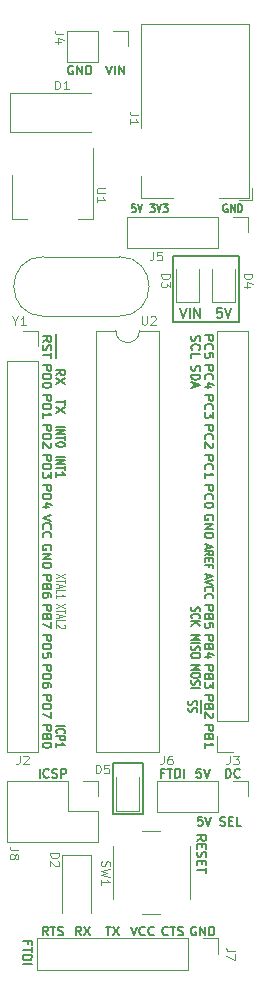
<source format=gbr>
G04 #@! TF.GenerationSoftware,KiCad,Pcbnew,(5.0.0)*
G04 #@! TF.CreationDate,2018-09-25T17:42:14-07:00*
G04 #@! TF.ProjectId,firefly,66697265666C792E6B696361645F7063,A*
G04 #@! TF.SameCoordinates,Original*
G04 #@! TF.FileFunction,Legend,Top*
G04 #@! TF.FilePolarity,Positive*
%FSLAX46Y46*%
G04 Gerber Fmt 4.6, Leading zero omitted, Abs format (unit mm)*
G04 Created by KiCad (PCBNEW (5.0.0)) date 09/25/18 17:42:14*
%MOMM*%
%LPD*%
G01*
G04 APERTURE LIST*
%ADD10C,0.187500*%
%ADD11C,0.150000*%
%ADD12C,0.180000*%
%ADD13C,0.125000*%
%ADD14C,0.120000*%
%ADD15C,0.100000*%
G04 APERTURE END LIST*
D10*
X157194428Y-131288285D02*
X156837285Y-131288285D01*
X156801571Y-131645428D01*
X156837285Y-131609714D01*
X156908714Y-131574000D01*
X157087285Y-131574000D01*
X157158714Y-131609714D01*
X157194428Y-131645428D01*
X157230142Y-131716857D01*
X157230142Y-131895428D01*
X157194428Y-131966857D01*
X157158714Y-132002571D01*
X157087285Y-132038285D01*
X156908714Y-132038285D01*
X156837285Y-132002571D01*
X156801571Y-131966857D01*
X157444428Y-131288285D02*
X157694428Y-132038285D01*
X157944428Y-131288285D01*
X158730142Y-132002571D02*
X158837285Y-132038285D01*
X159015857Y-132038285D01*
X159087285Y-132002571D01*
X159123000Y-131966857D01*
X159158714Y-131895428D01*
X159158714Y-131824000D01*
X159123000Y-131752571D01*
X159087285Y-131716857D01*
X159015857Y-131681142D01*
X158873000Y-131645428D01*
X158801571Y-131609714D01*
X158765857Y-131574000D01*
X158730142Y-131502571D01*
X158730142Y-131431142D01*
X158765857Y-131359714D01*
X158801571Y-131324000D01*
X158873000Y-131288285D01*
X159051571Y-131288285D01*
X159158714Y-131324000D01*
X159480142Y-131645428D02*
X159730142Y-131645428D01*
X159837285Y-132038285D02*
X159480142Y-132038285D01*
X159480142Y-131288285D01*
X159837285Y-131288285D01*
X160515857Y-132038285D02*
X160158714Y-132038285D01*
X160158714Y-131288285D01*
X142411571Y-142033857D02*
X142411571Y-141783857D01*
X142018714Y-141783857D02*
X142768714Y-141783857D01*
X142768714Y-142141000D01*
X142768714Y-142319571D02*
X142768714Y-142748142D01*
X142018714Y-142533857D02*
X142768714Y-142533857D01*
X142018714Y-142998142D02*
X142768714Y-142998142D01*
X142768714Y-143176714D01*
X142733000Y-143283857D01*
X142661571Y-143355285D01*
X142590142Y-143391000D01*
X142447285Y-143426714D01*
X142340142Y-143426714D01*
X142197285Y-143391000D01*
X142125857Y-143355285D01*
X142054428Y-143283857D01*
X142018714Y-143176714D01*
X142018714Y-142998142D01*
X142018714Y-143748142D02*
X142768714Y-143748142D01*
D11*
X152800142Y-79345285D02*
X153171571Y-79345285D01*
X152971571Y-79631000D01*
X153057285Y-79631000D01*
X153114428Y-79666714D01*
X153143000Y-79702428D01*
X153171571Y-79773857D01*
X153171571Y-79952428D01*
X153143000Y-80023857D01*
X153114428Y-80059571D01*
X153057285Y-80095285D01*
X152885857Y-80095285D01*
X152828714Y-80059571D01*
X152800142Y-80023857D01*
X153343000Y-79345285D02*
X153543000Y-80095285D01*
X153743000Y-79345285D01*
X153885857Y-79345285D02*
X154257285Y-79345285D01*
X154057285Y-79631000D01*
X154143000Y-79631000D01*
X154200142Y-79666714D01*
X154228714Y-79702428D01*
X154257285Y-79773857D01*
X154257285Y-79952428D01*
X154228714Y-80023857D01*
X154200142Y-80059571D01*
X154143000Y-80095285D01*
X153971571Y-80095285D01*
X153914428Y-80059571D01*
X153885857Y-80023857D01*
X151523714Y-79345285D02*
X151238000Y-79345285D01*
X151209428Y-79702428D01*
X151238000Y-79666714D01*
X151295142Y-79631000D01*
X151438000Y-79631000D01*
X151495142Y-79666714D01*
X151523714Y-79702428D01*
X151552285Y-79773857D01*
X151552285Y-79952428D01*
X151523714Y-80023857D01*
X151495142Y-80059571D01*
X151438000Y-80095285D01*
X151295142Y-80095285D01*
X151238000Y-80059571D01*
X151209428Y-80023857D01*
X151723714Y-79345285D02*
X151923714Y-80095285D01*
X152123714Y-79345285D01*
X159308857Y-79381000D02*
X159251714Y-79345285D01*
X159166000Y-79345285D01*
X159080285Y-79381000D01*
X159023142Y-79452428D01*
X158994571Y-79523857D01*
X158966000Y-79666714D01*
X158966000Y-79773857D01*
X158994571Y-79916714D01*
X159023142Y-79988142D01*
X159080285Y-80059571D01*
X159166000Y-80095285D01*
X159223142Y-80095285D01*
X159308857Y-80059571D01*
X159337428Y-80023857D01*
X159337428Y-79773857D01*
X159223142Y-79773857D01*
X159594571Y-80095285D02*
X159594571Y-79345285D01*
X159937428Y-80095285D01*
X159937428Y-79345285D01*
X160223142Y-80095285D02*
X160223142Y-79345285D01*
X160366000Y-79345285D01*
X160451714Y-79381000D01*
X160508857Y-79452428D01*
X160537428Y-79523857D01*
X160566000Y-79666714D01*
X160566000Y-79773857D01*
X160537428Y-79916714D01*
X160508857Y-79988142D01*
X160451714Y-80059571D01*
X160366000Y-80095285D01*
X160223142Y-80095285D01*
D10*
X149038571Y-67661285D02*
X149288571Y-68411285D01*
X149538571Y-67661285D01*
X149788571Y-68411285D02*
X149788571Y-67661285D01*
X150145714Y-68411285D02*
X150145714Y-67661285D01*
X150574285Y-68411285D01*
X150574285Y-67661285D01*
X146240571Y-67697000D02*
X146169142Y-67661285D01*
X146062000Y-67661285D01*
X145954857Y-67697000D01*
X145883428Y-67768428D01*
X145847714Y-67839857D01*
X145812000Y-67982714D01*
X145812000Y-68089857D01*
X145847714Y-68232714D01*
X145883428Y-68304142D01*
X145954857Y-68375571D01*
X146062000Y-68411285D01*
X146133428Y-68411285D01*
X146240571Y-68375571D01*
X146276285Y-68339857D01*
X146276285Y-68089857D01*
X146133428Y-68089857D01*
X146597714Y-68411285D02*
X146597714Y-67661285D01*
X147026285Y-68411285D01*
X147026285Y-67661285D01*
X147383428Y-68411285D02*
X147383428Y-67661285D01*
X147562000Y-67661285D01*
X147669142Y-67697000D01*
X147740571Y-67768428D01*
X147776285Y-67839857D01*
X147812000Y-67982714D01*
X147812000Y-68089857D01*
X147776285Y-68232714D01*
X147740571Y-68304142D01*
X147669142Y-68375571D01*
X147562000Y-68411285D01*
X147383428Y-68411285D01*
D12*
X156287428Y-93069285D02*
X156251714Y-93176428D01*
X156251714Y-93355000D01*
X156287428Y-93426428D01*
X156323142Y-93462142D01*
X156394571Y-93497857D01*
X156466000Y-93497857D01*
X156537428Y-93462142D01*
X156573142Y-93426428D01*
X156608857Y-93355000D01*
X156644571Y-93212142D01*
X156680285Y-93140714D01*
X156716000Y-93105000D01*
X156787428Y-93069285D01*
X156858857Y-93069285D01*
X156930285Y-93105000D01*
X156966000Y-93140714D01*
X157001714Y-93212142D01*
X157001714Y-93390714D01*
X156966000Y-93497857D01*
X156251714Y-93819285D02*
X157001714Y-93819285D01*
X157001714Y-93997857D01*
X156966000Y-94105000D01*
X156894571Y-94176428D01*
X156823142Y-94212142D01*
X156680285Y-94247857D01*
X156573142Y-94247857D01*
X156430285Y-94212142D01*
X156358857Y-94176428D01*
X156287428Y-94105000D01*
X156251714Y-93997857D01*
X156251714Y-93819285D01*
X156466000Y-94533571D02*
X156466000Y-94890714D01*
X156251714Y-94462142D02*
X157001714Y-94712142D01*
X156251714Y-94962142D01*
X156287428Y-90547142D02*
X156251714Y-90654285D01*
X156251714Y-90832857D01*
X156287428Y-90904285D01*
X156323142Y-90940000D01*
X156394571Y-90975714D01*
X156466000Y-90975714D01*
X156537428Y-90940000D01*
X156573142Y-90904285D01*
X156608857Y-90832857D01*
X156644571Y-90690000D01*
X156680285Y-90618571D01*
X156716000Y-90582857D01*
X156787428Y-90547142D01*
X156858857Y-90547142D01*
X156930285Y-90582857D01*
X156966000Y-90618571D01*
X157001714Y-90690000D01*
X157001714Y-90868571D01*
X156966000Y-90975714D01*
X156323142Y-91725714D02*
X156287428Y-91690000D01*
X156251714Y-91582857D01*
X156251714Y-91511428D01*
X156287428Y-91404285D01*
X156358857Y-91332857D01*
X156430285Y-91297142D01*
X156573142Y-91261428D01*
X156680285Y-91261428D01*
X156823142Y-91297142D01*
X156894571Y-91332857D01*
X156966000Y-91404285D01*
X157001714Y-91511428D01*
X157001714Y-91582857D01*
X156966000Y-91690000D01*
X156930285Y-91725714D01*
X156251714Y-92404285D02*
X156251714Y-92047142D01*
X157001714Y-92047142D01*
X157394714Y-90511428D02*
X158144714Y-90511428D01*
X158144714Y-90797142D01*
X158109000Y-90868571D01*
X158073285Y-90904285D01*
X158001857Y-90940000D01*
X157894714Y-90940000D01*
X157823285Y-90904285D01*
X157787571Y-90868571D01*
X157751857Y-90797142D01*
X157751857Y-90511428D01*
X157466142Y-91690000D02*
X157430428Y-91654285D01*
X157394714Y-91547142D01*
X157394714Y-91475714D01*
X157430428Y-91368571D01*
X157501857Y-91297142D01*
X157573285Y-91261428D01*
X157716142Y-91225714D01*
X157823285Y-91225714D01*
X157966142Y-91261428D01*
X158037571Y-91297142D01*
X158109000Y-91368571D01*
X158144714Y-91475714D01*
X158144714Y-91547142D01*
X158109000Y-91654285D01*
X158073285Y-91690000D01*
X158144714Y-92368571D02*
X158144714Y-92011428D01*
X157787571Y-91975714D01*
X157823285Y-92011428D01*
X157859000Y-92082857D01*
X157859000Y-92261428D01*
X157823285Y-92332857D01*
X157787571Y-92368571D01*
X157716142Y-92404285D01*
X157537571Y-92404285D01*
X157466142Y-92368571D01*
X157430428Y-92332857D01*
X157394714Y-92261428D01*
X157394714Y-92082857D01*
X157430428Y-92011428D01*
X157466142Y-91975714D01*
X157394714Y-93051428D02*
X158144714Y-93051428D01*
X158144714Y-93337142D01*
X158109000Y-93408571D01*
X158073285Y-93444285D01*
X158001857Y-93480000D01*
X157894714Y-93480000D01*
X157823285Y-93444285D01*
X157787571Y-93408571D01*
X157751857Y-93337142D01*
X157751857Y-93051428D01*
X157466142Y-94230000D02*
X157430428Y-94194285D01*
X157394714Y-94087142D01*
X157394714Y-94015714D01*
X157430428Y-93908571D01*
X157501857Y-93837142D01*
X157573285Y-93801428D01*
X157716142Y-93765714D01*
X157823285Y-93765714D01*
X157966142Y-93801428D01*
X158037571Y-93837142D01*
X158109000Y-93908571D01*
X158144714Y-94015714D01*
X158144714Y-94087142D01*
X158109000Y-94194285D01*
X158073285Y-94230000D01*
X157894714Y-94872857D02*
X157394714Y-94872857D01*
X158180428Y-94694285D02*
X157644714Y-94515714D01*
X157644714Y-94980000D01*
X157394714Y-95591428D02*
X158144714Y-95591428D01*
X158144714Y-95877142D01*
X158109000Y-95948571D01*
X158073285Y-95984285D01*
X158001857Y-96020000D01*
X157894714Y-96020000D01*
X157823285Y-95984285D01*
X157787571Y-95948571D01*
X157751857Y-95877142D01*
X157751857Y-95591428D01*
X157466142Y-96770000D02*
X157430428Y-96734285D01*
X157394714Y-96627142D01*
X157394714Y-96555714D01*
X157430428Y-96448571D01*
X157501857Y-96377142D01*
X157573285Y-96341428D01*
X157716142Y-96305714D01*
X157823285Y-96305714D01*
X157966142Y-96341428D01*
X158037571Y-96377142D01*
X158109000Y-96448571D01*
X158144714Y-96555714D01*
X158144714Y-96627142D01*
X158109000Y-96734285D01*
X158073285Y-96770000D01*
X158144714Y-97020000D02*
X158144714Y-97484285D01*
X157859000Y-97234285D01*
X157859000Y-97341428D01*
X157823285Y-97412857D01*
X157787571Y-97448571D01*
X157716142Y-97484285D01*
X157537571Y-97484285D01*
X157466142Y-97448571D01*
X157430428Y-97412857D01*
X157394714Y-97341428D01*
X157394714Y-97127142D01*
X157430428Y-97055714D01*
X157466142Y-97020000D01*
X157394714Y-98131428D02*
X158144714Y-98131428D01*
X158144714Y-98417142D01*
X158109000Y-98488571D01*
X158073285Y-98524285D01*
X158001857Y-98560000D01*
X157894714Y-98560000D01*
X157823285Y-98524285D01*
X157787571Y-98488571D01*
X157751857Y-98417142D01*
X157751857Y-98131428D01*
X157466142Y-99310000D02*
X157430428Y-99274285D01*
X157394714Y-99167142D01*
X157394714Y-99095714D01*
X157430428Y-98988571D01*
X157501857Y-98917142D01*
X157573285Y-98881428D01*
X157716142Y-98845714D01*
X157823285Y-98845714D01*
X157966142Y-98881428D01*
X158037571Y-98917142D01*
X158109000Y-98988571D01*
X158144714Y-99095714D01*
X158144714Y-99167142D01*
X158109000Y-99274285D01*
X158073285Y-99310000D01*
X158073285Y-99595714D02*
X158109000Y-99631428D01*
X158144714Y-99702857D01*
X158144714Y-99881428D01*
X158109000Y-99952857D01*
X158073285Y-99988571D01*
X158001857Y-100024285D01*
X157930428Y-100024285D01*
X157823285Y-99988571D01*
X157394714Y-99560000D01*
X157394714Y-100024285D01*
X157394714Y-100671428D02*
X158144714Y-100671428D01*
X158144714Y-100957142D01*
X158109000Y-101028571D01*
X158073285Y-101064285D01*
X158001857Y-101100000D01*
X157894714Y-101100000D01*
X157823285Y-101064285D01*
X157787571Y-101028571D01*
X157751857Y-100957142D01*
X157751857Y-100671428D01*
X157466142Y-101850000D02*
X157430428Y-101814285D01*
X157394714Y-101707142D01*
X157394714Y-101635714D01*
X157430428Y-101528571D01*
X157501857Y-101457142D01*
X157573285Y-101421428D01*
X157716142Y-101385714D01*
X157823285Y-101385714D01*
X157966142Y-101421428D01*
X158037571Y-101457142D01*
X158109000Y-101528571D01*
X158144714Y-101635714D01*
X158144714Y-101707142D01*
X158109000Y-101814285D01*
X158073285Y-101850000D01*
X157394714Y-102564285D02*
X157394714Y-102135714D01*
X157394714Y-102350000D02*
X158144714Y-102350000D01*
X158037571Y-102278571D01*
X157966142Y-102207142D01*
X157930428Y-102135714D01*
X157394714Y-103211428D02*
X158144714Y-103211428D01*
X158144714Y-103497142D01*
X158109000Y-103568571D01*
X158073285Y-103604285D01*
X158001857Y-103640000D01*
X157894714Y-103640000D01*
X157823285Y-103604285D01*
X157787571Y-103568571D01*
X157751857Y-103497142D01*
X157751857Y-103211428D01*
X157466142Y-104390000D02*
X157430428Y-104354285D01*
X157394714Y-104247142D01*
X157394714Y-104175714D01*
X157430428Y-104068571D01*
X157501857Y-103997142D01*
X157573285Y-103961428D01*
X157716142Y-103925714D01*
X157823285Y-103925714D01*
X157966142Y-103961428D01*
X158037571Y-103997142D01*
X158109000Y-104068571D01*
X158144714Y-104175714D01*
X158144714Y-104247142D01*
X158109000Y-104354285D01*
X158073285Y-104390000D01*
X158144714Y-104854285D02*
X158144714Y-104925714D01*
X158109000Y-104997142D01*
X158073285Y-105032857D01*
X158001857Y-105068571D01*
X157859000Y-105104285D01*
X157680428Y-105104285D01*
X157537571Y-105068571D01*
X157466142Y-105032857D01*
X157430428Y-104997142D01*
X157394714Y-104925714D01*
X157394714Y-104854285D01*
X157430428Y-104782857D01*
X157466142Y-104747142D01*
X157537571Y-104711428D01*
X157680428Y-104675714D01*
X157859000Y-104675714D01*
X158001857Y-104711428D01*
X158073285Y-104747142D01*
X158109000Y-104782857D01*
X158144714Y-104854285D01*
D11*
X144821714Y-123574285D02*
X145571714Y-123574285D01*
X144893142Y-124202857D02*
X144857428Y-124174285D01*
X144821714Y-124088571D01*
X144821714Y-124031428D01*
X144857428Y-123945714D01*
X144928857Y-123888571D01*
X145000285Y-123860000D01*
X145143142Y-123831428D01*
X145250285Y-123831428D01*
X145393142Y-123860000D01*
X145464571Y-123888571D01*
X145536000Y-123945714D01*
X145571714Y-124031428D01*
X145571714Y-124088571D01*
X145536000Y-124174285D01*
X145500285Y-124202857D01*
X144821714Y-124460000D02*
X145571714Y-124460000D01*
X145571714Y-124688571D01*
X145536000Y-124745714D01*
X145500285Y-124774285D01*
X145428857Y-124802857D01*
X145321714Y-124802857D01*
X145250285Y-124774285D01*
X145214571Y-124745714D01*
X145178857Y-124688571D01*
X145178857Y-124460000D01*
X144821714Y-125374285D02*
X144821714Y-125031428D01*
X144821714Y-125202857D02*
X145571714Y-125202857D01*
X145464571Y-125145714D01*
X145393142Y-125088571D01*
X145357428Y-125031428D01*
X144821714Y-100771428D02*
X145571714Y-100771428D01*
X144821714Y-101057142D02*
X145571714Y-101057142D01*
X144821714Y-101400000D01*
X145571714Y-101400000D01*
X145571714Y-101600000D02*
X145571714Y-101942857D01*
X144821714Y-101771428D02*
X145571714Y-101771428D01*
X144821714Y-102457142D02*
X144821714Y-102114285D01*
X144821714Y-102285714D02*
X145571714Y-102285714D01*
X145464571Y-102228571D01*
X145393142Y-102171428D01*
X145357428Y-102114285D01*
X144821714Y-98231428D02*
X145571714Y-98231428D01*
X144821714Y-98517142D02*
X145571714Y-98517142D01*
X144821714Y-98860000D01*
X145571714Y-98860000D01*
X145571714Y-99060000D02*
X145571714Y-99402857D01*
X144821714Y-99231428D02*
X145571714Y-99231428D01*
X145571714Y-99717142D02*
X145571714Y-99774285D01*
X145536000Y-99831428D01*
X145500285Y-99860000D01*
X145428857Y-99888571D01*
X145286000Y-99917142D01*
X145107428Y-99917142D01*
X144964571Y-99888571D01*
X144893142Y-99860000D01*
X144857428Y-99831428D01*
X144821714Y-99774285D01*
X144821714Y-99717142D01*
X144857428Y-99660000D01*
X144893142Y-99631428D01*
X144964571Y-99602857D01*
X145107428Y-99574285D01*
X145286000Y-99574285D01*
X145428857Y-99602857D01*
X145500285Y-99631428D01*
X145536000Y-99660000D01*
X145571714Y-99717142D01*
D12*
X158109000Y-106108571D02*
X158144714Y-106037142D01*
X158144714Y-105930000D01*
X158109000Y-105822857D01*
X158037571Y-105751428D01*
X157966142Y-105715714D01*
X157823285Y-105680000D01*
X157716142Y-105680000D01*
X157573285Y-105715714D01*
X157501857Y-105751428D01*
X157430428Y-105822857D01*
X157394714Y-105930000D01*
X157394714Y-106001428D01*
X157430428Y-106108571D01*
X157466142Y-106144285D01*
X157716142Y-106144285D01*
X157716142Y-106001428D01*
X157394714Y-106465714D02*
X158144714Y-106465714D01*
X157394714Y-106894285D01*
X158144714Y-106894285D01*
X157394714Y-107251428D02*
X158144714Y-107251428D01*
X158144714Y-107430000D01*
X158109000Y-107537142D01*
X158037571Y-107608571D01*
X157966142Y-107644285D01*
X157823285Y-107680000D01*
X157716142Y-107680000D01*
X157573285Y-107644285D01*
X157501857Y-107608571D01*
X157430428Y-107537142D01*
X157394714Y-107430000D01*
X157394714Y-107251428D01*
D11*
X157072000Y-121348571D02*
X157072000Y-121920000D01*
X156033428Y-121462857D02*
X155997714Y-121548571D01*
X155997714Y-121691428D01*
X156033428Y-121748571D01*
X156069142Y-121777142D01*
X156140571Y-121805714D01*
X156212000Y-121805714D01*
X156283428Y-121777142D01*
X156319142Y-121748571D01*
X156354857Y-121691428D01*
X156390571Y-121577142D01*
X156426285Y-121520000D01*
X156462000Y-121491428D01*
X156533428Y-121462857D01*
X156604857Y-121462857D01*
X156676285Y-121491428D01*
X156712000Y-121520000D01*
X156747714Y-121577142D01*
X156747714Y-121720000D01*
X156712000Y-121805714D01*
X157072000Y-121920000D02*
X157072000Y-122491428D01*
X156033428Y-122034285D02*
X155997714Y-122120000D01*
X155997714Y-122262857D01*
X156033428Y-122320000D01*
X156069142Y-122348571D01*
X156140571Y-122377142D01*
X156212000Y-122377142D01*
X156283428Y-122348571D01*
X156319142Y-122320000D01*
X156354857Y-122262857D01*
X156390571Y-122148571D01*
X156426285Y-122091428D01*
X156462000Y-122062857D01*
X156533428Y-122034285D01*
X156604857Y-122034285D01*
X156676285Y-122062857D01*
X156712000Y-122091428D01*
X156747714Y-122148571D01*
X156747714Y-122291428D01*
X156712000Y-122377142D01*
X156251714Y-118437142D02*
X157001714Y-118437142D01*
X156466000Y-118637142D01*
X157001714Y-118837142D01*
X156251714Y-118837142D01*
X157001714Y-119237142D02*
X157001714Y-119351428D01*
X156966000Y-119408571D01*
X156894571Y-119465714D01*
X156751714Y-119494285D01*
X156501714Y-119494285D01*
X156358857Y-119465714D01*
X156287428Y-119408571D01*
X156251714Y-119351428D01*
X156251714Y-119237142D01*
X156287428Y-119180000D01*
X156358857Y-119122857D01*
X156501714Y-119094285D01*
X156751714Y-119094285D01*
X156894571Y-119122857D01*
X156966000Y-119180000D01*
X157001714Y-119237142D01*
X156287428Y-119722857D02*
X156251714Y-119808571D01*
X156251714Y-119951428D01*
X156287428Y-120008571D01*
X156323142Y-120037142D01*
X156394571Y-120065714D01*
X156466000Y-120065714D01*
X156537428Y-120037142D01*
X156573142Y-120008571D01*
X156608857Y-119951428D01*
X156644571Y-119837142D01*
X156680285Y-119780000D01*
X156716000Y-119751428D01*
X156787428Y-119722857D01*
X156858857Y-119722857D01*
X156930285Y-119751428D01*
X156966000Y-119780000D01*
X157001714Y-119837142D01*
X157001714Y-119980000D01*
X156966000Y-120065714D01*
X156251714Y-120322857D02*
X157001714Y-120322857D01*
X156251714Y-115897142D02*
X157001714Y-115897142D01*
X156466000Y-116097142D01*
X157001714Y-116297142D01*
X156251714Y-116297142D01*
X156251714Y-116582857D02*
X157001714Y-116582857D01*
X156287428Y-116840000D02*
X156251714Y-116925714D01*
X156251714Y-117068571D01*
X156287428Y-117125714D01*
X156323142Y-117154285D01*
X156394571Y-117182857D01*
X156466000Y-117182857D01*
X156537428Y-117154285D01*
X156573142Y-117125714D01*
X156608857Y-117068571D01*
X156644571Y-116954285D01*
X156680285Y-116897142D01*
X156716000Y-116868571D01*
X156787428Y-116840000D01*
X156858857Y-116840000D01*
X156930285Y-116868571D01*
X156966000Y-116897142D01*
X157001714Y-116954285D01*
X157001714Y-117097142D01*
X156966000Y-117182857D01*
X157001714Y-117554285D02*
X157001714Y-117668571D01*
X156966000Y-117725714D01*
X156894571Y-117782857D01*
X156751714Y-117811428D01*
X156501714Y-117811428D01*
X156358857Y-117782857D01*
X156287428Y-117725714D01*
X156251714Y-117668571D01*
X156251714Y-117554285D01*
X156287428Y-117497142D01*
X156358857Y-117440000D01*
X156501714Y-117411428D01*
X156751714Y-117411428D01*
X156894571Y-117440000D01*
X156966000Y-117497142D01*
X157001714Y-117554285D01*
X156287428Y-113528571D02*
X156251714Y-113614285D01*
X156251714Y-113757142D01*
X156287428Y-113814285D01*
X156323142Y-113842857D01*
X156394571Y-113871428D01*
X156466000Y-113871428D01*
X156537428Y-113842857D01*
X156573142Y-113814285D01*
X156608857Y-113757142D01*
X156644571Y-113642857D01*
X156680285Y-113585714D01*
X156716000Y-113557142D01*
X156787428Y-113528571D01*
X156858857Y-113528571D01*
X156930285Y-113557142D01*
X156966000Y-113585714D01*
X157001714Y-113642857D01*
X157001714Y-113785714D01*
X156966000Y-113871428D01*
X156323142Y-114471428D02*
X156287428Y-114442857D01*
X156251714Y-114357142D01*
X156251714Y-114300000D01*
X156287428Y-114214285D01*
X156358857Y-114157142D01*
X156430285Y-114128571D01*
X156573142Y-114100000D01*
X156680285Y-114100000D01*
X156823142Y-114128571D01*
X156894571Y-114157142D01*
X156966000Y-114214285D01*
X157001714Y-114300000D01*
X157001714Y-114357142D01*
X156966000Y-114442857D01*
X156930285Y-114471428D01*
X156251714Y-114728571D02*
X157001714Y-114728571D01*
X156251714Y-115071428D02*
X156680285Y-114814285D01*
X157001714Y-115071428D02*
X156573142Y-114728571D01*
X157609000Y-108248571D02*
X157609000Y-108534285D01*
X157394714Y-108191428D02*
X158144714Y-108391428D01*
X157394714Y-108591428D01*
X157394714Y-109134285D02*
X157751857Y-108934285D01*
X157394714Y-108791428D02*
X158144714Y-108791428D01*
X158144714Y-109020000D01*
X158109000Y-109077142D01*
X158073285Y-109105714D01*
X158001857Y-109134285D01*
X157894714Y-109134285D01*
X157823285Y-109105714D01*
X157787571Y-109077142D01*
X157751857Y-109020000D01*
X157751857Y-108791428D01*
X157787571Y-109391428D02*
X157787571Y-109591428D01*
X157394714Y-109677142D02*
X157394714Y-109391428D01*
X158144714Y-109391428D01*
X158144714Y-109677142D01*
X157787571Y-110134285D02*
X157787571Y-109934285D01*
X157394714Y-109934285D02*
X158144714Y-109934285D01*
X158144714Y-110220000D01*
D12*
X144428714Y-105680000D02*
X143678714Y-105930000D01*
X144428714Y-106180000D01*
X143750142Y-106858571D02*
X143714428Y-106822857D01*
X143678714Y-106715714D01*
X143678714Y-106644285D01*
X143714428Y-106537142D01*
X143785857Y-106465714D01*
X143857285Y-106430000D01*
X144000142Y-106394285D01*
X144107285Y-106394285D01*
X144250142Y-106430000D01*
X144321571Y-106465714D01*
X144393000Y-106537142D01*
X144428714Y-106644285D01*
X144428714Y-106715714D01*
X144393000Y-106822857D01*
X144357285Y-106858571D01*
X143750142Y-107608571D02*
X143714428Y-107572857D01*
X143678714Y-107465714D01*
X143678714Y-107394285D01*
X143714428Y-107287142D01*
X143785857Y-107215714D01*
X143857285Y-107180000D01*
X144000142Y-107144285D01*
X144107285Y-107144285D01*
X144250142Y-107180000D01*
X144321571Y-107215714D01*
X144393000Y-107287142D01*
X144428714Y-107394285D01*
X144428714Y-107465714D01*
X144393000Y-107572857D01*
X144357285Y-107608571D01*
X157394714Y-113371428D02*
X158144714Y-113371428D01*
X158144714Y-113657142D01*
X158109000Y-113728571D01*
X158073285Y-113764285D01*
X158001857Y-113800000D01*
X157894714Y-113800000D01*
X157823285Y-113764285D01*
X157787571Y-113728571D01*
X157751857Y-113657142D01*
X157751857Y-113371428D01*
X157787571Y-114371428D02*
X157751857Y-114478571D01*
X157716142Y-114514285D01*
X157644714Y-114550000D01*
X157537571Y-114550000D01*
X157466142Y-114514285D01*
X157430428Y-114478571D01*
X157394714Y-114407142D01*
X157394714Y-114121428D01*
X158144714Y-114121428D01*
X158144714Y-114371428D01*
X158109000Y-114442857D01*
X158073285Y-114478571D01*
X158001857Y-114514285D01*
X157930428Y-114514285D01*
X157859000Y-114478571D01*
X157823285Y-114442857D01*
X157787571Y-114371428D01*
X157787571Y-114121428D01*
X158144714Y-115228571D02*
X158144714Y-114871428D01*
X157787571Y-114835714D01*
X157823285Y-114871428D01*
X157859000Y-114942857D01*
X157859000Y-115121428D01*
X157823285Y-115192857D01*
X157787571Y-115228571D01*
X157716142Y-115264285D01*
X157537571Y-115264285D01*
X157466142Y-115228571D01*
X157430428Y-115192857D01*
X157394714Y-115121428D01*
X157394714Y-114942857D01*
X157430428Y-114871428D01*
X157466142Y-114835714D01*
X157394714Y-115911428D02*
X158144714Y-115911428D01*
X158144714Y-116197142D01*
X158109000Y-116268571D01*
X158073285Y-116304285D01*
X158001857Y-116340000D01*
X157894714Y-116340000D01*
X157823285Y-116304285D01*
X157787571Y-116268571D01*
X157751857Y-116197142D01*
X157751857Y-115911428D01*
X157787571Y-116911428D02*
X157751857Y-117018571D01*
X157716142Y-117054285D01*
X157644714Y-117090000D01*
X157537571Y-117090000D01*
X157466142Y-117054285D01*
X157430428Y-117018571D01*
X157394714Y-116947142D01*
X157394714Y-116661428D01*
X158144714Y-116661428D01*
X158144714Y-116911428D01*
X158109000Y-116982857D01*
X158073285Y-117018571D01*
X158001857Y-117054285D01*
X157930428Y-117054285D01*
X157859000Y-117018571D01*
X157823285Y-116982857D01*
X157787571Y-116911428D01*
X157787571Y-116661428D01*
X157894714Y-117732857D02*
X157394714Y-117732857D01*
X158180428Y-117554285D02*
X157644714Y-117375714D01*
X157644714Y-117840000D01*
X157394714Y-118451428D02*
X158144714Y-118451428D01*
X158144714Y-118737142D01*
X158109000Y-118808571D01*
X158073285Y-118844285D01*
X158001857Y-118880000D01*
X157894714Y-118880000D01*
X157823285Y-118844285D01*
X157787571Y-118808571D01*
X157751857Y-118737142D01*
X157751857Y-118451428D01*
X157787571Y-119451428D02*
X157751857Y-119558571D01*
X157716142Y-119594285D01*
X157644714Y-119630000D01*
X157537571Y-119630000D01*
X157466142Y-119594285D01*
X157430428Y-119558571D01*
X157394714Y-119487142D01*
X157394714Y-119201428D01*
X158144714Y-119201428D01*
X158144714Y-119451428D01*
X158109000Y-119522857D01*
X158073285Y-119558571D01*
X158001857Y-119594285D01*
X157930428Y-119594285D01*
X157859000Y-119558571D01*
X157823285Y-119522857D01*
X157787571Y-119451428D01*
X157787571Y-119201428D01*
X158144714Y-119880000D02*
X158144714Y-120344285D01*
X157859000Y-120094285D01*
X157859000Y-120201428D01*
X157823285Y-120272857D01*
X157787571Y-120308571D01*
X157716142Y-120344285D01*
X157537571Y-120344285D01*
X157466142Y-120308571D01*
X157430428Y-120272857D01*
X157394714Y-120201428D01*
X157394714Y-119987142D01*
X157430428Y-119915714D01*
X157466142Y-119880000D01*
X157394714Y-120991428D02*
X158144714Y-120991428D01*
X158144714Y-121277142D01*
X158109000Y-121348571D01*
X158073285Y-121384285D01*
X158001857Y-121420000D01*
X157894714Y-121420000D01*
X157823285Y-121384285D01*
X157787571Y-121348571D01*
X157751857Y-121277142D01*
X157751857Y-120991428D01*
X157787571Y-121991428D02*
X157751857Y-122098571D01*
X157716142Y-122134285D01*
X157644714Y-122170000D01*
X157537571Y-122170000D01*
X157466142Y-122134285D01*
X157430428Y-122098571D01*
X157394714Y-122027142D01*
X157394714Y-121741428D01*
X158144714Y-121741428D01*
X158144714Y-121991428D01*
X158109000Y-122062857D01*
X158073285Y-122098571D01*
X158001857Y-122134285D01*
X157930428Y-122134285D01*
X157859000Y-122098571D01*
X157823285Y-122062857D01*
X157787571Y-121991428D01*
X157787571Y-121741428D01*
X158073285Y-122455714D02*
X158109000Y-122491428D01*
X158144714Y-122562857D01*
X158144714Y-122741428D01*
X158109000Y-122812857D01*
X158073285Y-122848571D01*
X158001857Y-122884285D01*
X157930428Y-122884285D01*
X157823285Y-122848571D01*
X157394714Y-122420000D01*
X157394714Y-122884285D01*
X157394714Y-123531428D02*
X158144714Y-123531428D01*
X158144714Y-123817142D01*
X158109000Y-123888571D01*
X158073285Y-123924285D01*
X158001857Y-123960000D01*
X157894714Y-123960000D01*
X157823285Y-123924285D01*
X157787571Y-123888571D01*
X157751857Y-123817142D01*
X157751857Y-123531428D01*
X157787571Y-124531428D02*
X157751857Y-124638571D01*
X157716142Y-124674285D01*
X157644714Y-124710000D01*
X157537571Y-124710000D01*
X157466142Y-124674285D01*
X157430428Y-124638571D01*
X157394714Y-124567142D01*
X157394714Y-124281428D01*
X158144714Y-124281428D01*
X158144714Y-124531428D01*
X158109000Y-124602857D01*
X158073285Y-124638571D01*
X158001857Y-124674285D01*
X157930428Y-124674285D01*
X157859000Y-124638571D01*
X157823285Y-124602857D01*
X157787571Y-124531428D01*
X157787571Y-124281428D01*
X157394714Y-125424285D02*
X157394714Y-124995714D01*
X157394714Y-125210000D02*
X158144714Y-125210000D01*
X158037571Y-125138571D01*
X157966142Y-125067142D01*
X157930428Y-124995714D01*
X143678714Y-123531428D02*
X144428714Y-123531428D01*
X144428714Y-123817142D01*
X144393000Y-123888571D01*
X144357285Y-123924285D01*
X144285857Y-123960000D01*
X144178714Y-123960000D01*
X144107285Y-123924285D01*
X144071571Y-123888571D01*
X144035857Y-123817142D01*
X144035857Y-123531428D01*
X144071571Y-124531428D02*
X144035857Y-124638571D01*
X144000142Y-124674285D01*
X143928714Y-124710000D01*
X143821571Y-124710000D01*
X143750142Y-124674285D01*
X143714428Y-124638571D01*
X143678714Y-124567142D01*
X143678714Y-124281428D01*
X144428714Y-124281428D01*
X144428714Y-124531428D01*
X144393000Y-124602857D01*
X144357285Y-124638571D01*
X144285857Y-124674285D01*
X144214428Y-124674285D01*
X144143000Y-124638571D01*
X144107285Y-124602857D01*
X144071571Y-124531428D01*
X144071571Y-124281428D01*
X144428714Y-125174285D02*
X144428714Y-125245714D01*
X144393000Y-125317142D01*
X144357285Y-125352857D01*
X144285857Y-125388571D01*
X144143000Y-125424285D01*
X143964428Y-125424285D01*
X143821571Y-125388571D01*
X143750142Y-125352857D01*
X143714428Y-125317142D01*
X143678714Y-125245714D01*
X143678714Y-125174285D01*
X143714428Y-125102857D01*
X143750142Y-125067142D01*
X143821571Y-125031428D01*
X143964428Y-124995714D01*
X144143000Y-124995714D01*
X144285857Y-125031428D01*
X144357285Y-125067142D01*
X144393000Y-125102857D01*
X144428714Y-125174285D01*
X143678714Y-120991428D02*
X144428714Y-120991428D01*
X144428714Y-121277142D01*
X144393000Y-121348571D01*
X144357285Y-121384285D01*
X144285857Y-121420000D01*
X144178714Y-121420000D01*
X144107285Y-121384285D01*
X144071571Y-121348571D01*
X144035857Y-121277142D01*
X144035857Y-120991428D01*
X143678714Y-121741428D02*
X144428714Y-121741428D01*
X144428714Y-121920000D01*
X144393000Y-122027142D01*
X144321571Y-122098571D01*
X144250142Y-122134285D01*
X144107285Y-122170000D01*
X144000142Y-122170000D01*
X143857285Y-122134285D01*
X143785857Y-122098571D01*
X143714428Y-122027142D01*
X143678714Y-121920000D01*
X143678714Y-121741428D01*
X144428714Y-122420000D02*
X144428714Y-122920000D01*
X143678714Y-122598571D01*
X143678714Y-118451428D02*
X144428714Y-118451428D01*
X144428714Y-118737142D01*
X144393000Y-118808571D01*
X144357285Y-118844285D01*
X144285857Y-118880000D01*
X144178714Y-118880000D01*
X144107285Y-118844285D01*
X144071571Y-118808571D01*
X144035857Y-118737142D01*
X144035857Y-118451428D01*
X143678714Y-119201428D02*
X144428714Y-119201428D01*
X144428714Y-119380000D01*
X144393000Y-119487142D01*
X144321571Y-119558571D01*
X144250142Y-119594285D01*
X144107285Y-119630000D01*
X144000142Y-119630000D01*
X143857285Y-119594285D01*
X143785857Y-119558571D01*
X143714428Y-119487142D01*
X143678714Y-119380000D01*
X143678714Y-119201428D01*
X144428714Y-120272857D02*
X144428714Y-120130000D01*
X144393000Y-120058571D01*
X144357285Y-120022857D01*
X144250142Y-119951428D01*
X144107285Y-119915714D01*
X143821571Y-119915714D01*
X143750142Y-119951428D01*
X143714428Y-119987142D01*
X143678714Y-120058571D01*
X143678714Y-120201428D01*
X143714428Y-120272857D01*
X143750142Y-120308571D01*
X143821571Y-120344285D01*
X144000142Y-120344285D01*
X144071571Y-120308571D01*
X144107285Y-120272857D01*
X144143000Y-120201428D01*
X144143000Y-120058571D01*
X144107285Y-119987142D01*
X144071571Y-119951428D01*
X144000142Y-119915714D01*
X143678714Y-115911428D02*
X144428714Y-115911428D01*
X144428714Y-116197142D01*
X144393000Y-116268571D01*
X144357285Y-116304285D01*
X144285857Y-116340000D01*
X144178714Y-116340000D01*
X144107285Y-116304285D01*
X144071571Y-116268571D01*
X144035857Y-116197142D01*
X144035857Y-115911428D01*
X143678714Y-116661428D02*
X144428714Y-116661428D01*
X144428714Y-116840000D01*
X144393000Y-116947142D01*
X144321571Y-117018571D01*
X144250142Y-117054285D01*
X144107285Y-117090000D01*
X144000142Y-117090000D01*
X143857285Y-117054285D01*
X143785857Y-117018571D01*
X143714428Y-116947142D01*
X143678714Y-116840000D01*
X143678714Y-116661428D01*
X144428714Y-117768571D02*
X144428714Y-117411428D01*
X144071571Y-117375714D01*
X144107285Y-117411428D01*
X144143000Y-117482857D01*
X144143000Y-117661428D01*
X144107285Y-117732857D01*
X144071571Y-117768571D01*
X144000142Y-117804285D01*
X143821571Y-117804285D01*
X143750142Y-117768571D01*
X143714428Y-117732857D01*
X143678714Y-117661428D01*
X143678714Y-117482857D01*
X143714428Y-117411428D01*
X143750142Y-117375714D01*
D13*
X145571714Y-113288095D02*
X144821714Y-113621428D01*
X145571714Y-113621428D02*
X144821714Y-113288095D01*
X145571714Y-113740476D02*
X145571714Y-114026190D01*
X144821714Y-113883333D02*
X145571714Y-113883333D01*
X145036000Y-114169047D02*
X145036000Y-114407142D01*
X144821714Y-114121428D02*
X145571714Y-114288095D01*
X144821714Y-114454761D01*
X144821714Y-114859523D02*
X144821714Y-114621428D01*
X145571714Y-114621428D01*
X145500285Y-115002380D02*
X145536000Y-115026190D01*
X145571714Y-115073809D01*
X145571714Y-115192857D01*
X145536000Y-115240476D01*
X145500285Y-115264285D01*
X145428857Y-115288095D01*
X145357428Y-115288095D01*
X145250285Y-115264285D01*
X144821714Y-114978571D01*
X144821714Y-115288095D01*
X145571714Y-110748095D02*
X144821714Y-111081428D01*
X145571714Y-111081428D02*
X144821714Y-110748095D01*
X145571714Y-111200476D02*
X145571714Y-111486190D01*
X144821714Y-111343333D02*
X145571714Y-111343333D01*
X145036000Y-111629047D02*
X145036000Y-111867142D01*
X144821714Y-111581428D02*
X145571714Y-111748095D01*
X144821714Y-111914761D01*
X144821714Y-112319523D02*
X144821714Y-112081428D01*
X145571714Y-112081428D01*
X144821714Y-112748095D02*
X144821714Y-112462380D01*
X144821714Y-112605238D02*
X145571714Y-112605238D01*
X145464571Y-112557619D01*
X145393142Y-112510000D01*
X145357428Y-112462380D01*
D12*
X143678714Y-113371428D02*
X144428714Y-113371428D01*
X144428714Y-113657142D01*
X144393000Y-113728571D01*
X144357285Y-113764285D01*
X144285857Y-113800000D01*
X144178714Y-113800000D01*
X144107285Y-113764285D01*
X144071571Y-113728571D01*
X144035857Y-113657142D01*
X144035857Y-113371428D01*
X144071571Y-114371428D02*
X144035857Y-114478571D01*
X144000142Y-114514285D01*
X143928714Y-114550000D01*
X143821571Y-114550000D01*
X143750142Y-114514285D01*
X143714428Y-114478571D01*
X143678714Y-114407142D01*
X143678714Y-114121428D01*
X144428714Y-114121428D01*
X144428714Y-114371428D01*
X144393000Y-114442857D01*
X144357285Y-114478571D01*
X144285857Y-114514285D01*
X144214428Y-114514285D01*
X144143000Y-114478571D01*
X144107285Y-114442857D01*
X144071571Y-114371428D01*
X144071571Y-114121428D01*
X144428714Y-114800000D02*
X144428714Y-115300000D01*
X143678714Y-114978571D01*
X143678714Y-110831428D02*
X144428714Y-110831428D01*
X144428714Y-111117142D01*
X144393000Y-111188571D01*
X144357285Y-111224285D01*
X144285857Y-111260000D01*
X144178714Y-111260000D01*
X144107285Y-111224285D01*
X144071571Y-111188571D01*
X144035857Y-111117142D01*
X144035857Y-110831428D01*
X144071571Y-111831428D02*
X144035857Y-111938571D01*
X144000142Y-111974285D01*
X143928714Y-112010000D01*
X143821571Y-112010000D01*
X143750142Y-111974285D01*
X143714428Y-111938571D01*
X143678714Y-111867142D01*
X143678714Y-111581428D01*
X144428714Y-111581428D01*
X144428714Y-111831428D01*
X144393000Y-111902857D01*
X144357285Y-111938571D01*
X144285857Y-111974285D01*
X144214428Y-111974285D01*
X144143000Y-111938571D01*
X144107285Y-111902857D01*
X144071571Y-111831428D01*
X144071571Y-111581428D01*
X144428714Y-112652857D02*
X144428714Y-112510000D01*
X144393000Y-112438571D01*
X144357285Y-112402857D01*
X144250142Y-112331428D01*
X144107285Y-112295714D01*
X143821571Y-112295714D01*
X143750142Y-112331428D01*
X143714428Y-112367142D01*
X143678714Y-112438571D01*
X143678714Y-112581428D01*
X143714428Y-112652857D01*
X143750142Y-112688571D01*
X143821571Y-112724285D01*
X144000142Y-112724285D01*
X144071571Y-112688571D01*
X144107285Y-112652857D01*
X144143000Y-112581428D01*
X144143000Y-112438571D01*
X144107285Y-112367142D01*
X144071571Y-112331428D01*
X144000142Y-112295714D01*
X144393000Y-108648571D02*
X144428714Y-108577142D01*
X144428714Y-108470000D01*
X144393000Y-108362857D01*
X144321571Y-108291428D01*
X144250142Y-108255714D01*
X144107285Y-108220000D01*
X144000142Y-108220000D01*
X143857285Y-108255714D01*
X143785857Y-108291428D01*
X143714428Y-108362857D01*
X143678714Y-108470000D01*
X143678714Y-108541428D01*
X143714428Y-108648571D01*
X143750142Y-108684285D01*
X144000142Y-108684285D01*
X144000142Y-108541428D01*
X143678714Y-109005714D02*
X144428714Y-109005714D01*
X143678714Y-109434285D01*
X144428714Y-109434285D01*
X143678714Y-109791428D02*
X144428714Y-109791428D01*
X144428714Y-109970000D01*
X144393000Y-110077142D01*
X144321571Y-110148571D01*
X144250142Y-110184285D01*
X144107285Y-110220000D01*
X144000142Y-110220000D01*
X143857285Y-110184285D01*
X143785857Y-110148571D01*
X143714428Y-110077142D01*
X143678714Y-109970000D01*
X143678714Y-109791428D01*
D11*
X157609000Y-110760000D02*
X157609000Y-111045714D01*
X157394714Y-110702857D02*
X158144714Y-110902857D01*
X157394714Y-111102857D01*
X158144714Y-111217142D02*
X157394714Y-111417142D01*
X158144714Y-111617142D01*
X157466142Y-112160000D02*
X157430428Y-112131428D01*
X157394714Y-112045714D01*
X157394714Y-111988571D01*
X157430428Y-111902857D01*
X157501857Y-111845714D01*
X157573285Y-111817142D01*
X157716142Y-111788571D01*
X157823285Y-111788571D01*
X157966142Y-111817142D01*
X158037571Y-111845714D01*
X158109000Y-111902857D01*
X158144714Y-111988571D01*
X158144714Y-112045714D01*
X158109000Y-112131428D01*
X158073285Y-112160000D01*
X157466142Y-112760000D02*
X157430428Y-112731428D01*
X157394714Y-112645714D01*
X157394714Y-112588571D01*
X157430428Y-112502857D01*
X157501857Y-112445714D01*
X157573285Y-112417142D01*
X157716142Y-112388571D01*
X157823285Y-112388571D01*
X157966142Y-112417142D01*
X158037571Y-112445714D01*
X158109000Y-112502857D01*
X158144714Y-112588571D01*
X158144714Y-112645714D01*
X158109000Y-112731428D01*
X158073285Y-112760000D01*
D12*
X143678714Y-103211428D02*
X144428714Y-103211428D01*
X144428714Y-103497142D01*
X144393000Y-103568571D01*
X144357285Y-103604285D01*
X144285857Y-103640000D01*
X144178714Y-103640000D01*
X144107285Y-103604285D01*
X144071571Y-103568571D01*
X144035857Y-103497142D01*
X144035857Y-103211428D01*
X143678714Y-103961428D02*
X144428714Y-103961428D01*
X144428714Y-104140000D01*
X144393000Y-104247142D01*
X144321571Y-104318571D01*
X144250142Y-104354285D01*
X144107285Y-104390000D01*
X144000142Y-104390000D01*
X143857285Y-104354285D01*
X143785857Y-104318571D01*
X143714428Y-104247142D01*
X143678714Y-104140000D01*
X143678714Y-103961428D01*
X144178714Y-105032857D02*
X143678714Y-105032857D01*
X144464428Y-104854285D02*
X143928714Y-104675714D01*
X143928714Y-105140000D01*
X143678714Y-100671428D02*
X144428714Y-100671428D01*
X144428714Y-100957142D01*
X144393000Y-101028571D01*
X144357285Y-101064285D01*
X144285857Y-101100000D01*
X144178714Y-101100000D01*
X144107285Y-101064285D01*
X144071571Y-101028571D01*
X144035857Y-100957142D01*
X144035857Y-100671428D01*
X143678714Y-101421428D02*
X144428714Y-101421428D01*
X144428714Y-101600000D01*
X144393000Y-101707142D01*
X144321571Y-101778571D01*
X144250142Y-101814285D01*
X144107285Y-101850000D01*
X144000142Y-101850000D01*
X143857285Y-101814285D01*
X143785857Y-101778571D01*
X143714428Y-101707142D01*
X143678714Y-101600000D01*
X143678714Y-101421428D01*
X144428714Y-102100000D02*
X144428714Y-102564285D01*
X144143000Y-102314285D01*
X144143000Y-102421428D01*
X144107285Y-102492857D01*
X144071571Y-102528571D01*
X144000142Y-102564285D01*
X143821571Y-102564285D01*
X143750142Y-102528571D01*
X143714428Y-102492857D01*
X143678714Y-102421428D01*
X143678714Y-102207142D01*
X143714428Y-102135714D01*
X143750142Y-102100000D01*
X143678714Y-98131428D02*
X144428714Y-98131428D01*
X144428714Y-98417142D01*
X144393000Y-98488571D01*
X144357285Y-98524285D01*
X144285857Y-98560000D01*
X144178714Y-98560000D01*
X144107285Y-98524285D01*
X144071571Y-98488571D01*
X144035857Y-98417142D01*
X144035857Y-98131428D01*
X143678714Y-98881428D02*
X144428714Y-98881428D01*
X144428714Y-99060000D01*
X144393000Y-99167142D01*
X144321571Y-99238571D01*
X144250142Y-99274285D01*
X144107285Y-99310000D01*
X144000142Y-99310000D01*
X143857285Y-99274285D01*
X143785857Y-99238571D01*
X143714428Y-99167142D01*
X143678714Y-99060000D01*
X143678714Y-98881428D01*
X144357285Y-99595714D02*
X144393000Y-99631428D01*
X144428714Y-99702857D01*
X144428714Y-99881428D01*
X144393000Y-99952857D01*
X144357285Y-99988571D01*
X144285857Y-100024285D01*
X144214428Y-100024285D01*
X144107285Y-99988571D01*
X143678714Y-99560000D01*
X143678714Y-100024285D01*
X145571714Y-95948571D02*
X145571714Y-96377142D01*
X144821714Y-96162857D02*
X145571714Y-96162857D01*
X145571714Y-96555714D02*
X144821714Y-97055714D01*
X145571714Y-97055714D02*
X144821714Y-96555714D01*
X144821714Y-93855000D02*
X145178857Y-93605000D01*
X144821714Y-93426428D02*
X145571714Y-93426428D01*
X145571714Y-93712142D01*
X145536000Y-93783571D01*
X145500285Y-93819285D01*
X145428857Y-93855000D01*
X145321714Y-93855000D01*
X145250285Y-93819285D01*
X145214571Y-93783571D01*
X145178857Y-93712142D01*
X145178857Y-93426428D01*
X145571714Y-94105000D02*
X144821714Y-94605000D01*
X145571714Y-94605000D02*
X144821714Y-94105000D01*
X143678714Y-95591428D02*
X144428714Y-95591428D01*
X144428714Y-95877142D01*
X144393000Y-95948571D01*
X144357285Y-95984285D01*
X144285857Y-96020000D01*
X144178714Y-96020000D01*
X144107285Y-95984285D01*
X144071571Y-95948571D01*
X144035857Y-95877142D01*
X144035857Y-95591428D01*
X143678714Y-96341428D02*
X144428714Y-96341428D01*
X144428714Y-96520000D01*
X144393000Y-96627142D01*
X144321571Y-96698571D01*
X144250142Y-96734285D01*
X144107285Y-96770000D01*
X144000142Y-96770000D01*
X143857285Y-96734285D01*
X143785857Y-96698571D01*
X143714428Y-96627142D01*
X143678714Y-96520000D01*
X143678714Y-96341428D01*
X143678714Y-97484285D02*
X143678714Y-97055714D01*
X143678714Y-97270000D02*
X144428714Y-97270000D01*
X144321571Y-97198571D01*
X144250142Y-97127142D01*
X144214428Y-97055714D01*
X143678714Y-93051428D02*
X144428714Y-93051428D01*
X144428714Y-93337142D01*
X144393000Y-93408571D01*
X144357285Y-93444285D01*
X144285857Y-93480000D01*
X144178714Y-93480000D01*
X144107285Y-93444285D01*
X144071571Y-93408571D01*
X144035857Y-93337142D01*
X144035857Y-93051428D01*
X143678714Y-93801428D02*
X144428714Y-93801428D01*
X144428714Y-93980000D01*
X144393000Y-94087142D01*
X144321571Y-94158571D01*
X144250142Y-94194285D01*
X144107285Y-94230000D01*
X144000142Y-94230000D01*
X143857285Y-94194285D01*
X143785857Y-94158571D01*
X143714428Y-94087142D01*
X143678714Y-93980000D01*
X143678714Y-93801428D01*
X144428714Y-94694285D02*
X144428714Y-94765714D01*
X144393000Y-94837142D01*
X144357285Y-94872857D01*
X144285857Y-94908571D01*
X144143000Y-94944285D01*
X143964428Y-94944285D01*
X143821571Y-94908571D01*
X143750142Y-94872857D01*
X143714428Y-94837142D01*
X143678714Y-94765714D01*
X143678714Y-94694285D01*
X143714428Y-94622857D01*
X143750142Y-94587142D01*
X143821571Y-94551428D01*
X143964428Y-94515714D01*
X144143000Y-94515714D01*
X144285857Y-94551428D01*
X144357285Y-94587142D01*
X144393000Y-94622857D01*
X144428714Y-94694285D01*
X144792000Y-90422142D02*
X144792000Y-91172142D01*
X143678714Y-91029285D02*
X144035857Y-90779285D01*
X143678714Y-90600714D02*
X144428714Y-90600714D01*
X144428714Y-90886428D01*
X144393000Y-90957857D01*
X144357285Y-90993571D01*
X144285857Y-91029285D01*
X144178714Y-91029285D01*
X144107285Y-90993571D01*
X144071571Y-90957857D01*
X144035857Y-90886428D01*
X144035857Y-90600714D01*
X144792000Y-91172142D02*
X144792000Y-91886428D01*
X143714428Y-91315000D02*
X143678714Y-91422142D01*
X143678714Y-91600714D01*
X143714428Y-91672142D01*
X143750142Y-91707857D01*
X143821571Y-91743571D01*
X143893000Y-91743571D01*
X143964428Y-91707857D01*
X144000142Y-91672142D01*
X144035857Y-91600714D01*
X144071571Y-91457857D01*
X144107285Y-91386428D01*
X144143000Y-91350714D01*
X144214428Y-91315000D01*
X144285857Y-91315000D01*
X144357285Y-91350714D01*
X144393000Y-91386428D01*
X144428714Y-91457857D01*
X144428714Y-91636428D01*
X144393000Y-91743571D01*
X144792000Y-91886428D02*
X144792000Y-92457857D01*
X144428714Y-91957857D02*
X144428714Y-92386428D01*
X143678714Y-92172142D02*
X144428714Y-92172142D01*
X158851619Y-88207904D02*
X158470666Y-88207904D01*
X158432571Y-88588857D01*
X158470666Y-88550761D01*
X158546857Y-88512666D01*
X158737333Y-88512666D01*
X158813523Y-88550761D01*
X158851619Y-88588857D01*
X158889714Y-88665047D01*
X158889714Y-88855523D01*
X158851619Y-88931714D01*
X158813523Y-88969809D01*
X158737333Y-89007904D01*
X158546857Y-89007904D01*
X158470666Y-88969809D01*
X158432571Y-88931714D01*
X159118285Y-88207904D02*
X159384952Y-89007904D01*
X159651619Y-88207904D01*
X155333809Y-88207904D02*
X155600476Y-89007904D01*
X155867142Y-88207904D01*
X156133809Y-89007904D02*
X156133809Y-88207904D01*
X156514761Y-89007904D02*
X156514761Y-88207904D01*
X156971904Y-89007904D01*
X156971904Y-88207904D01*
D11*
X160274000Y-83820000D02*
X154686000Y-83820000D01*
X160274000Y-89408000D02*
X160274000Y-83820000D01*
X154686000Y-89408000D02*
X160274000Y-89408000D01*
X154686000Y-87884000D02*
X154686000Y-89408000D01*
X154686000Y-83820000D02*
X154686000Y-87884000D01*
D10*
X157083142Y-127224285D02*
X156726000Y-127224285D01*
X156690285Y-127581428D01*
X156726000Y-127545714D01*
X156797428Y-127510000D01*
X156976000Y-127510000D01*
X157047428Y-127545714D01*
X157083142Y-127581428D01*
X157118857Y-127652857D01*
X157118857Y-127831428D01*
X157083142Y-127902857D01*
X157047428Y-127938571D01*
X156976000Y-127974285D01*
X156797428Y-127974285D01*
X156726000Y-127938571D01*
X156690285Y-127902857D01*
X157333142Y-127224285D02*
X157583142Y-127974285D01*
X157833142Y-127224285D01*
X159194571Y-127974285D02*
X159194571Y-127224285D01*
X159373142Y-127224285D01*
X159480285Y-127260000D01*
X159551714Y-127331428D01*
X159587428Y-127402857D01*
X159623142Y-127545714D01*
X159623142Y-127652857D01*
X159587428Y-127795714D01*
X159551714Y-127867142D01*
X159480285Y-127938571D01*
X159373142Y-127974285D01*
X159194571Y-127974285D01*
X160373142Y-127902857D02*
X160337428Y-127938571D01*
X160230285Y-127974285D01*
X160158857Y-127974285D01*
X160051714Y-127938571D01*
X159980285Y-127867142D01*
X159944571Y-127795714D01*
X159908857Y-127652857D01*
X159908857Y-127545714D01*
X159944571Y-127402857D01*
X159980285Y-127331428D01*
X160051714Y-127260000D01*
X160158857Y-127224285D01*
X160230285Y-127224285D01*
X160337428Y-127260000D01*
X160373142Y-127295714D01*
X153953857Y-127581428D02*
X153703857Y-127581428D01*
X153703857Y-127974285D02*
X153703857Y-127224285D01*
X154061000Y-127224285D01*
X154239571Y-127224285D02*
X154668142Y-127224285D01*
X154453857Y-127974285D02*
X154453857Y-127224285D01*
X154918142Y-127974285D02*
X154918142Y-127224285D01*
X155096714Y-127224285D01*
X155203857Y-127260000D01*
X155275285Y-127331428D01*
X155311000Y-127402857D01*
X155346714Y-127545714D01*
X155346714Y-127652857D01*
X155311000Y-127795714D01*
X155275285Y-127867142D01*
X155203857Y-127938571D01*
X155096714Y-127974285D01*
X154918142Y-127974285D01*
X155668142Y-127974285D02*
X155668142Y-127224285D01*
X143418857Y-127974285D02*
X143418857Y-127224285D01*
X144204571Y-127902857D02*
X144168857Y-127938571D01*
X144061714Y-127974285D01*
X143990285Y-127974285D01*
X143883142Y-127938571D01*
X143811714Y-127867142D01*
X143776000Y-127795714D01*
X143740285Y-127652857D01*
X143740285Y-127545714D01*
X143776000Y-127402857D01*
X143811714Y-127331428D01*
X143883142Y-127260000D01*
X143990285Y-127224285D01*
X144061714Y-127224285D01*
X144168857Y-127260000D01*
X144204571Y-127295714D01*
X144490285Y-127938571D02*
X144597428Y-127974285D01*
X144776000Y-127974285D01*
X144847428Y-127938571D01*
X144883142Y-127902857D01*
X144918857Y-127831428D01*
X144918857Y-127760000D01*
X144883142Y-127688571D01*
X144847428Y-127652857D01*
X144776000Y-127617142D01*
X144633142Y-127581428D01*
X144561714Y-127545714D01*
X144526000Y-127510000D01*
X144490285Y-127438571D01*
X144490285Y-127367142D01*
X144526000Y-127295714D01*
X144561714Y-127260000D01*
X144633142Y-127224285D01*
X144811714Y-127224285D01*
X144918857Y-127260000D01*
X145240285Y-127974285D02*
X145240285Y-127224285D01*
X145526000Y-127224285D01*
X145597428Y-127260000D01*
X145633142Y-127295714D01*
X145668857Y-127367142D01*
X145668857Y-127474285D01*
X145633142Y-127545714D01*
X145597428Y-127581428D01*
X145526000Y-127617142D01*
X145240285Y-127617142D01*
X156759714Y-133276714D02*
X157116857Y-133026714D01*
X156759714Y-132848142D02*
X157509714Y-132848142D01*
X157509714Y-133133857D01*
X157474000Y-133205285D01*
X157438285Y-133241000D01*
X157366857Y-133276714D01*
X157259714Y-133276714D01*
X157188285Y-133241000D01*
X157152571Y-133205285D01*
X157116857Y-133133857D01*
X157116857Y-132848142D01*
X157152571Y-133598142D02*
X157152571Y-133848142D01*
X156759714Y-133955285D02*
X156759714Y-133598142D01*
X157509714Y-133598142D01*
X157509714Y-133955285D01*
X156795428Y-134241000D02*
X156759714Y-134348142D01*
X156759714Y-134526714D01*
X156795428Y-134598142D01*
X156831142Y-134633857D01*
X156902571Y-134669571D01*
X156974000Y-134669571D01*
X157045428Y-134633857D01*
X157081142Y-134598142D01*
X157116857Y-134526714D01*
X157152571Y-134383857D01*
X157188285Y-134312428D01*
X157224000Y-134276714D01*
X157295428Y-134241000D01*
X157366857Y-134241000D01*
X157438285Y-134276714D01*
X157474000Y-134312428D01*
X157509714Y-134383857D01*
X157509714Y-134562428D01*
X157474000Y-134669571D01*
X157152571Y-134991000D02*
X157152571Y-135241000D01*
X156759714Y-135348142D02*
X156759714Y-134991000D01*
X157509714Y-134991000D01*
X157509714Y-135348142D01*
X157509714Y-135562428D02*
X157509714Y-135991000D01*
X156759714Y-135776714D02*
X157509714Y-135776714D01*
D11*
X152146000Y-126746000D02*
X149606000Y-126746000D01*
X152146000Y-131064000D02*
X152146000Y-126746000D01*
X149606000Y-131064000D02*
X152146000Y-131064000D01*
X149606000Y-126746000D02*
X149606000Y-131064000D01*
D10*
X144115285Y-141309285D02*
X143865285Y-140952142D01*
X143686714Y-141309285D02*
X143686714Y-140559285D01*
X143972428Y-140559285D01*
X144043857Y-140595000D01*
X144079571Y-140630714D01*
X144115285Y-140702142D01*
X144115285Y-140809285D01*
X144079571Y-140880714D01*
X144043857Y-140916428D01*
X143972428Y-140952142D01*
X143686714Y-140952142D01*
X144329571Y-140559285D02*
X144758142Y-140559285D01*
X144543857Y-141309285D02*
X144543857Y-140559285D01*
X144972428Y-141273571D02*
X145079571Y-141309285D01*
X145258142Y-141309285D01*
X145329571Y-141273571D01*
X145365285Y-141237857D01*
X145401000Y-141166428D01*
X145401000Y-141095000D01*
X145365285Y-141023571D01*
X145329571Y-140987857D01*
X145258142Y-140952142D01*
X145115285Y-140916428D01*
X145043857Y-140880714D01*
X145008142Y-140845000D01*
X144972428Y-140773571D01*
X144972428Y-140702142D01*
X145008142Y-140630714D01*
X145043857Y-140595000D01*
X145115285Y-140559285D01*
X145293857Y-140559285D01*
X145401000Y-140595000D01*
X146941000Y-141309285D02*
X146691000Y-140952142D01*
X146512428Y-141309285D02*
X146512428Y-140559285D01*
X146798142Y-140559285D01*
X146869571Y-140595000D01*
X146905285Y-140630714D01*
X146941000Y-140702142D01*
X146941000Y-140809285D01*
X146905285Y-140880714D01*
X146869571Y-140916428D01*
X146798142Y-140952142D01*
X146512428Y-140952142D01*
X147191000Y-140559285D02*
X147691000Y-141309285D01*
X147691000Y-140559285D02*
X147191000Y-141309285D01*
X149034571Y-140559285D02*
X149463142Y-140559285D01*
X149248857Y-141309285D02*
X149248857Y-140559285D01*
X149641714Y-140559285D02*
X150141714Y-141309285D01*
X150141714Y-140559285D02*
X149641714Y-141309285D01*
X156654571Y-140595000D02*
X156583142Y-140559285D01*
X156476000Y-140559285D01*
X156368857Y-140595000D01*
X156297428Y-140666428D01*
X156261714Y-140737857D01*
X156226000Y-140880714D01*
X156226000Y-140987857D01*
X156261714Y-141130714D01*
X156297428Y-141202142D01*
X156368857Y-141273571D01*
X156476000Y-141309285D01*
X156547428Y-141309285D01*
X156654571Y-141273571D01*
X156690285Y-141237857D01*
X156690285Y-140987857D01*
X156547428Y-140987857D01*
X157011714Y-141309285D02*
X157011714Y-140559285D01*
X157440285Y-141309285D01*
X157440285Y-140559285D01*
X157797428Y-141309285D02*
X157797428Y-140559285D01*
X157976000Y-140559285D01*
X158083142Y-140595000D01*
X158154571Y-140666428D01*
X158190285Y-140737857D01*
X158226000Y-140880714D01*
X158226000Y-140987857D01*
X158190285Y-141130714D01*
X158154571Y-141202142D01*
X158083142Y-141273571D01*
X157976000Y-141309285D01*
X157797428Y-141309285D01*
X154275285Y-141237857D02*
X154239571Y-141273571D01*
X154132428Y-141309285D01*
X154061000Y-141309285D01*
X153953857Y-141273571D01*
X153882428Y-141202142D01*
X153846714Y-141130714D01*
X153811000Y-140987857D01*
X153811000Y-140880714D01*
X153846714Y-140737857D01*
X153882428Y-140666428D01*
X153953857Y-140595000D01*
X154061000Y-140559285D01*
X154132428Y-140559285D01*
X154239571Y-140595000D01*
X154275285Y-140630714D01*
X154489571Y-140559285D02*
X154918142Y-140559285D01*
X154703857Y-141309285D02*
X154703857Y-140559285D01*
X155132428Y-141273571D02*
X155239571Y-141309285D01*
X155418142Y-141309285D01*
X155489571Y-141273571D01*
X155525285Y-141237857D01*
X155561000Y-141166428D01*
X155561000Y-141095000D01*
X155525285Y-141023571D01*
X155489571Y-140987857D01*
X155418142Y-140952142D01*
X155275285Y-140916428D01*
X155203857Y-140880714D01*
X155168142Y-140845000D01*
X155132428Y-140773571D01*
X155132428Y-140702142D01*
X155168142Y-140630714D01*
X155203857Y-140595000D01*
X155275285Y-140559285D01*
X155453857Y-140559285D01*
X155561000Y-140595000D01*
X151146000Y-140559285D02*
X151396000Y-141309285D01*
X151646000Y-140559285D01*
X152324571Y-141237857D02*
X152288857Y-141273571D01*
X152181714Y-141309285D01*
X152110285Y-141309285D01*
X152003142Y-141273571D01*
X151931714Y-141202142D01*
X151896000Y-141130714D01*
X151860285Y-140987857D01*
X151860285Y-140880714D01*
X151896000Y-140737857D01*
X151931714Y-140666428D01*
X152003142Y-140595000D01*
X152110285Y-140559285D01*
X152181714Y-140559285D01*
X152288857Y-140595000D01*
X152324571Y-140630714D01*
X153074571Y-141237857D02*
X153038857Y-141273571D01*
X152931714Y-141309285D01*
X152860285Y-141309285D01*
X152753142Y-141273571D01*
X152681714Y-141202142D01*
X152646000Y-141130714D01*
X152610285Y-140987857D01*
X152610285Y-140880714D01*
X152646000Y-140737857D01*
X152681714Y-140666428D01*
X152753142Y-140595000D01*
X152860285Y-140559285D01*
X152931714Y-140559285D01*
X153038857Y-140595000D01*
X153074571Y-140630714D01*
D14*
G04 #@! TO.C,J8*
X148396000Y-128210000D02*
X148396000Y-129540000D01*
X147066000Y-128210000D02*
X148396000Y-128210000D01*
X148396000Y-130810000D02*
X148396000Y-133410000D01*
X145796000Y-130810000D02*
X148396000Y-130810000D01*
X145796000Y-128210000D02*
X145796000Y-130810000D01*
X148396000Y-133410000D02*
X140656000Y-133410000D01*
X145796000Y-128210000D02*
X140656000Y-128210000D01*
X140656000Y-128210000D02*
X140656000Y-133410000D01*
G04 #@! TO.C,SW1*
X156122000Y-138215000D02*
X156122000Y-133715000D01*
X152122000Y-139465000D02*
X153622000Y-139465000D01*
X149622000Y-133715000D02*
X149622000Y-138215000D01*
X153622000Y-132465000D02*
X152122000Y-132465000D01*
G04 #@! TO.C,J6*
X161096000Y-128210000D02*
X161096000Y-129540000D01*
X159766000Y-128210000D02*
X161096000Y-128210000D01*
X158496000Y-128210000D02*
X158496000Y-130870000D01*
X158496000Y-130870000D02*
X153356000Y-130870000D01*
X158496000Y-128210000D02*
X153356000Y-128210000D01*
X153356000Y-128210000D02*
X153356000Y-130870000D01*
G04 #@! TO.C,J5*
X161096000Y-80458000D02*
X161096000Y-81788000D01*
X159766000Y-80458000D02*
X161096000Y-80458000D01*
X158496000Y-80458000D02*
X158496000Y-83118000D01*
X158496000Y-83118000D02*
X150816000Y-83118000D01*
X158496000Y-80458000D02*
X150816000Y-80458000D01*
X150816000Y-80458000D02*
X150816000Y-83118000D01*
G04 #@! TO.C,J7*
X158556000Y-141545000D02*
X158556000Y-142875000D01*
X157226000Y-141545000D02*
X158556000Y-141545000D01*
X155956000Y-141545000D02*
X155956000Y-144205000D01*
X155956000Y-144205000D02*
X143196000Y-144205000D01*
X155956000Y-141545000D02*
X143196000Y-141545000D01*
X143196000Y-141545000D02*
X143196000Y-144205000D01*
G04 #@! TO.C,D2*
X147798000Y-134460000D02*
X145318000Y-134460000D01*
X147798000Y-134460000D02*
X147798000Y-139410000D01*
X145318000Y-134460000D02*
X145318000Y-139410000D01*
G04 #@! TO.C,U1*
X147936000Y-74640000D02*
X147936000Y-80650000D01*
X141116000Y-76890000D02*
X141116000Y-80650000D01*
X147936000Y-80650000D02*
X146676000Y-80650000D01*
X141116000Y-80650000D02*
X142376000Y-80650000D01*
G04 #@! TO.C,D1*
X140888000Y-69978000D02*
X147788000Y-69978000D01*
X140888000Y-73278000D02*
X147788000Y-73278000D01*
X140888000Y-69978000D02*
X140888000Y-73278000D01*
G04 #@! TO.C,D3*
X156916000Y-87712000D02*
X156916000Y-84852000D01*
X154996000Y-87712000D02*
X156916000Y-87712000D01*
X154996000Y-84852000D02*
X154996000Y-87712000D01*
G04 #@! TO.C,D4*
X158044000Y-84852000D02*
X158044000Y-87712000D01*
X158044000Y-87712000D02*
X159964000Y-87712000D01*
X159964000Y-87712000D02*
X159964000Y-84852000D01*
G04 #@! TO.C,D5*
X151836000Y-130765000D02*
X151836000Y-127905000D01*
X149916000Y-130765000D02*
X151836000Y-130765000D01*
X149916000Y-127905000D02*
X149916000Y-130765000D01*
G04 #@! TO.C,J1*
X161191000Y-78878000D02*
X158591000Y-78878000D01*
X161191000Y-64178000D02*
X161191000Y-78878000D01*
X151991000Y-78878000D02*
X151991000Y-76978000D01*
X154691000Y-78878000D02*
X151991000Y-78878000D01*
X151991000Y-64178000D02*
X161191000Y-64178000D01*
X151991000Y-72978000D02*
X151991000Y-64178000D01*
X161391000Y-78028000D02*
X161391000Y-79078000D01*
X160341000Y-79078000D02*
X161391000Y-79078000D01*
G04 #@! TO.C,J2*
X140656000Y-92710000D02*
X143316000Y-92710000D01*
X140656000Y-92710000D02*
X140656000Y-125790000D01*
X140656000Y-125790000D02*
X143316000Y-125790000D01*
X143316000Y-92710000D02*
X143316000Y-125790000D01*
X143316000Y-90110000D02*
X143316000Y-91440000D01*
X141986000Y-90110000D02*
X143316000Y-90110000D01*
G04 #@! TO.C,J3*
X159766000Y-125790000D02*
X158436000Y-125790000D01*
X158436000Y-125790000D02*
X158436000Y-124460000D01*
X158436000Y-123190000D02*
X158436000Y-90110000D01*
X161096000Y-90110000D02*
X158436000Y-90110000D01*
X161096000Y-123190000D02*
X161096000Y-90110000D01*
X161096000Y-123190000D02*
X158436000Y-123190000D01*
G04 #@! TO.C,J4*
X150936000Y-64710000D02*
X150936000Y-66040000D01*
X149606000Y-64710000D02*
X150936000Y-64710000D01*
X148336000Y-64710000D02*
X148336000Y-67370000D01*
X148336000Y-67370000D02*
X145736000Y-67370000D01*
X148336000Y-64710000D02*
X145736000Y-64710000D01*
X145736000Y-64710000D02*
X145736000Y-67370000D01*
G04 #@! TO.C,U2*
X153526000Y-90110000D02*
X151876000Y-90110000D01*
X153526000Y-125790000D02*
X153526000Y-90110000D01*
X148226000Y-125790000D02*
X153526000Y-125790000D01*
X148226000Y-90110000D02*
X148226000Y-125790000D01*
X149876000Y-90110000D02*
X148226000Y-90110000D01*
X151876000Y-90110000D02*
G75*
G02X149876000Y-90110000I-1000000J0D01*
G01*
G04 #@! TO.C,Y1*
X150166000Y-88885000D02*
G75*
G03X150166000Y-83835000I0J2525000D01*
G01*
X143766000Y-88885000D02*
G75*
G02X143766000Y-83835000I0J2525000D01*
G01*
X143766000Y-88885000D02*
X150166000Y-88885000D01*
X143766000Y-83835000D02*
X150166000Y-83835000D01*
G04 #@! TO.C,J8*
D15*
X141634714Y-134116000D02*
X141099000Y-134116000D01*
X140991857Y-134080285D01*
X140920428Y-134008857D01*
X140884714Y-133901714D01*
X140884714Y-133830285D01*
X141313285Y-134580285D02*
X141349000Y-134508857D01*
X141384714Y-134473142D01*
X141456142Y-134437428D01*
X141491857Y-134437428D01*
X141563285Y-134473142D01*
X141599000Y-134508857D01*
X141634714Y-134580285D01*
X141634714Y-134723142D01*
X141599000Y-134794571D01*
X141563285Y-134830285D01*
X141491857Y-134866000D01*
X141456142Y-134866000D01*
X141384714Y-134830285D01*
X141349000Y-134794571D01*
X141313285Y-134723142D01*
X141313285Y-134580285D01*
X141277571Y-134508857D01*
X141241857Y-134473142D01*
X141170428Y-134437428D01*
X141027571Y-134437428D01*
X140956142Y-134473142D01*
X140920428Y-134508857D01*
X140884714Y-134580285D01*
X140884714Y-134723142D01*
X140920428Y-134794571D01*
X140956142Y-134830285D01*
X141027571Y-134866000D01*
X141170428Y-134866000D01*
X141241857Y-134830285D01*
X141277571Y-134794571D01*
X141313285Y-134723142D01*
G04 #@! TO.C,SW1*
X148667428Y-135040000D02*
X148631714Y-135147142D01*
X148631714Y-135325714D01*
X148667428Y-135397142D01*
X148703142Y-135432857D01*
X148774571Y-135468571D01*
X148846000Y-135468571D01*
X148917428Y-135432857D01*
X148953142Y-135397142D01*
X148988857Y-135325714D01*
X149024571Y-135182857D01*
X149060285Y-135111428D01*
X149096000Y-135075714D01*
X149167428Y-135040000D01*
X149238857Y-135040000D01*
X149310285Y-135075714D01*
X149346000Y-135111428D01*
X149381714Y-135182857D01*
X149381714Y-135361428D01*
X149346000Y-135468571D01*
X149381714Y-135718571D02*
X148631714Y-135897142D01*
X149167428Y-136040000D01*
X148631714Y-136182857D01*
X149381714Y-136361428D01*
X148631714Y-137040000D02*
X148631714Y-136611428D01*
X148631714Y-136825714D02*
X149381714Y-136825714D01*
X149274571Y-136754285D01*
X149203142Y-136682857D01*
X149167428Y-136611428D01*
G04 #@! TO.C,J6*
X153928000Y-126081285D02*
X153928000Y-126617000D01*
X153892285Y-126724142D01*
X153820857Y-126795571D01*
X153713714Y-126831285D01*
X153642285Y-126831285D01*
X154606571Y-126081285D02*
X154463714Y-126081285D01*
X154392285Y-126117000D01*
X154356571Y-126152714D01*
X154285142Y-126259857D01*
X154249428Y-126402714D01*
X154249428Y-126688428D01*
X154285142Y-126759857D01*
X154320857Y-126795571D01*
X154392285Y-126831285D01*
X154535142Y-126831285D01*
X154606571Y-126795571D01*
X154642285Y-126759857D01*
X154678000Y-126688428D01*
X154678000Y-126509857D01*
X154642285Y-126438428D01*
X154606571Y-126402714D01*
X154535142Y-126367000D01*
X154392285Y-126367000D01*
X154320857Y-126402714D01*
X154285142Y-126438428D01*
X154249428Y-126509857D01*
G04 #@! TO.C,J5*
X153039000Y-83409285D02*
X153039000Y-83945000D01*
X153003285Y-84052142D01*
X152931857Y-84123571D01*
X152824714Y-84159285D01*
X152753285Y-84159285D01*
X153753285Y-83409285D02*
X153396142Y-83409285D01*
X153360428Y-83766428D01*
X153396142Y-83730714D01*
X153467571Y-83695000D01*
X153646142Y-83695000D01*
X153717571Y-83730714D01*
X153753285Y-83766428D01*
X153789000Y-83837857D01*
X153789000Y-84016428D01*
X153753285Y-84087857D01*
X153717571Y-84123571D01*
X153646142Y-84159285D01*
X153467571Y-84159285D01*
X153396142Y-84123571D01*
X153360428Y-84087857D01*
G04 #@! TO.C,J7*
X159966714Y-142625000D02*
X159431000Y-142625000D01*
X159323857Y-142589285D01*
X159252428Y-142517857D01*
X159216714Y-142410714D01*
X159216714Y-142339285D01*
X159966714Y-142910714D02*
X159966714Y-143410714D01*
X159216714Y-143089285D01*
G04 #@! TO.C,D2*
X144313714Y-134320428D02*
X145063714Y-134320428D01*
X145063714Y-134499000D01*
X145028000Y-134606142D01*
X144956571Y-134677571D01*
X144885142Y-134713285D01*
X144742285Y-134749000D01*
X144635142Y-134749000D01*
X144492285Y-134713285D01*
X144420857Y-134677571D01*
X144349428Y-134606142D01*
X144313714Y-134499000D01*
X144313714Y-134320428D01*
X144992285Y-135034714D02*
X145028000Y-135070428D01*
X145063714Y-135141857D01*
X145063714Y-135320428D01*
X145028000Y-135391857D01*
X144992285Y-135427571D01*
X144920857Y-135463285D01*
X144849428Y-135463285D01*
X144742285Y-135427571D01*
X144313714Y-134999000D01*
X144313714Y-135463285D01*
G04 #@! TO.C,U1*
X149000714Y-78041571D02*
X148393571Y-78041571D01*
X148322142Y-78077285D01*
X148286428Y-78113000D01*
X148250714Y-78184428D01*
X148250714Y-78327285D01*
X148286428Y-78398714D01*
X148322142Y-78434428D01*
X148393571Y-78470142D01*
X149000714Y-78470142D01*
X148250714Y-79220142D02*
X148250714Y-78791571D01*
X148250714Y-79005857D02*
X149000714Y-79005857D01*
X148893571Y-78934428D01*
X148822142Y-78863000D01*
X148786428Y-78791571D01*
G04 #@! TO.C,D1*
X144734428Y-69681285D02*
X144734428Y-68931285D01*
X144913000Y-68931285D01*
X145020142Y-68967000D01*
X145091571Y-69038428D01*
X145127285Y-69109857D01*
X145163000Y-69252714D01*
X145163000Y-69359857D01*
X145127285Y-69502714D01*
X145091571Y-69574142D01*
X145020142Y-69645571D01*
X144913000Y-69681285D01*
X144734428Y-69681285D01*
X145877285Y-69681285D02*
X145448714Y-69681285D01*
X145663000Y-69681285D02*
X145663000Y-68931285D01*
X145591571Y-69038428D01*
X145520142Y-69109857D01*
X145448714Y-69145571D01*
G04 #@! TO.C,D3*
X153711714Y-85298428D02*
X154461714Y-85298428D01*
X154461714Y-85477000D01*
X154426000Y-85584142D01*
X154354571Y-85655571D01*
X154283142Y-85691285D01*
X154140285Y-85727000D01*
X154033142Y-85727000D01*
X153890285Y-85691285D01*
X153818857Y-85655571D01*
X153747428Y-85584142D01*
X153711714Y-85477000D01*
X153711714Y-85298428D01*
X154461714Y-85977000D02*
X154461714Y-86441285D01*
X154176000Y-86191285D01*
X154176000Y-86298428D01*
X154140285Y-86369857D01*
X154104571Y-86405571D01*
X154033142Y-86441285D01*
X153854571Y-86441285D01*
X153783142Y-86405571D01*
X153747428Y-86369857D01*
X153711714Y-86298428D01*
X153711714Y-86084142D01*
X153747428Y-86012714D01*
X153783142Y-85977000D01*
G04 #@! TO.C,D4*
X160696714Y-85298428D02*
X161446714Y-85298428D01*
X161446714Y-85477000D01*
X161411000Y-85584142D01*
X161339571Y-85655571D01*
X161268142Y-85691285D01*
X161125285Y-85727000D01*
X161018142Y-85727000D01*
X160875285Y-85691285D01*
X160803857Y-85655571D01*
X160732428Y-85584142D01*
X160696714Y-85477000D01*
X160696714Y-85298428D01*
X161196714Y-86369857D02*
X160696714Y-86369857D01*
X161482428Y-86191285D02*
X160946714Y-86012714D01*
X160946714Y-86477000D01*
G04 #@! TO.C,D5*
X148163428Y-127593285D02*
X148163428Y-126843285D01*
X148342000Y-126843285D01*
X148449142Y-126879000D01*
X148520571Y-126950428D01*
X148556285Y-127021857D01*
X148592000Y-127164714D01*
X148592000Y-127271857D01*
X148556285Y-127414714D01*
X148520571Y-127486142D01*
X148449142Y-127557571D01*
X148342000Y-127593285D01*
X148163428Y-127593285D01*
X149270571Y-126843285D02*
X148913428Y-126843285D01*
X148877714Y-127200428D01*
X148913428Y-127164714D01*
X148984857Y-127129000D01*
X149163428Y-127129000D01*
X149234857Y-127164714D01*
X149270571Y-127200428D01*
X149306285Y-127271857D01*
X149306285Y-127450428D01*
X149270571Y-127521857D01*
X149234857Y-127557571D01*
X149163428Y-127593285D01*
X148984857Y-127593285D01*
X148913428Y-127557571D01*
X148877714Y-127521857D01*
G04 #@! TO.C,J1*
X151794714Y-71886000D02*
X151259000Y-71886000D01*
X151151857Y-71850285D01*
X151080428Y-71778857D01*
X151044714Y-71671714D01*
X151044714Y-71600285D01*
X151044714Y-72636000D02*
X151044714Y-72207428D01*
X151044714Y-72421714D02*
X151794714Y-72421714D01*
X151687571Y-72350285D01*
X151616142Y-72278857D01*
X151580428Y-72207428D01*
G04 #@! TO.C,J2*
X141736000Y-126081285D02*
X141736000Y-126617000D01*
X141700285Y-126724142D01*
X141628857Y-126795571D01*
X141521714Y-126831285D01*
X141450285Y-126831285D01*
X142057428Y-126152714D02*
X142093142Y-126117000D01*
X142164571Y-126081285D01*
X142343142Y-126081285D01*
X142414571Y-126117000D01*
X142450285Y-126152714D01*
X142486000Y-126224142D01*
X142486000Y-126295571D01*
X142450285Y-126402714D01*
X142021714Y-126831285D01*
X142486000Y-126831285D01*
G04 #@! TO.C,J3*
X159516000Y-126081285D02*
X159516000Y-126617000D01*
X159480285Y-126724142D01*
X159408857Y-126795571D01*
X159301714Y-126831285D01*
X159230285Y-126831285D01*
X159801714Y-126081285D02*
X160266000Y-126081285D01*
X160016000Y-126367000D01*
X160123142Y-126367000D01*
X160194571Y-126402714D01*
X160230285Y-126438428D01*
X160266000Y-126509857D01*
X160266000Y-126688428D01*
X160230285Y-126759857D01*
X160194571Y-126795571D01*
X160123142Y-126831285D01*
X159908857Y-126831285D01*
X159837428Y-126795571D01*
X159801714Y-126759857D01*
G04 #@! TO.C,J4*
X145444714Y-65028000D02*
X144909000Y-65028000D01*
X144801857Y-64992285D01*
X144730428Y-64920857D01*
X144694714Y-64813714D01*
X144694714Y-64742285D01*
X145194714Y-65706571D02*
X144694714Y-65706571D01*
X145480428Y-65528000D02*
X144944714Y-65349428D01*
X144944714Y-65813714D01*
G04 #@! TO.C,U2*
X152082571Y-88870285D02*
X152082571Y-89477428D01*
X152118285Y-89548857D01*
X152154000Y-89584571D01*
X152225428Y-89620285D01*
X152368285Y-89620285D01*
X152439714Y-89584571D01*
X152475428Y-89548857D01*
X152511142Y-89477428D01*
X152511142Y-88870285D01*
X152832571Y-88941714D02*
X152868285Y-88906000D01*
X152939714Y-88870285D01*
X153118285Y-88870285D01*
X153189714Y-88906000D01*
X153225428Y-88941714D01*
X153261142Y-89013142D01*
X153261142Y-89084571D01*
X153225428Y-89191714D01*
X152796857Y-89620285D01*
X153261142Y-89620285D01*
G04 #@! TO.C,Y1*
X141374857Y-89263142D02*
X141374857Y-89620285D01*
X141124857Y-88870285D02*
X141374857Y-89263142D01*
X141624857Y-88870285D01*
X142267714Y-89620285D02*
X141839142Y-89620285D01*
X142053428Y-89620285D02*
X142053428Y-88870285D01*
X141982000Y-88977428D01*
X141910571Y-89048857D01*
X141839142Y-89084571D01*
G04 #@! TD*
M02*

</source>
